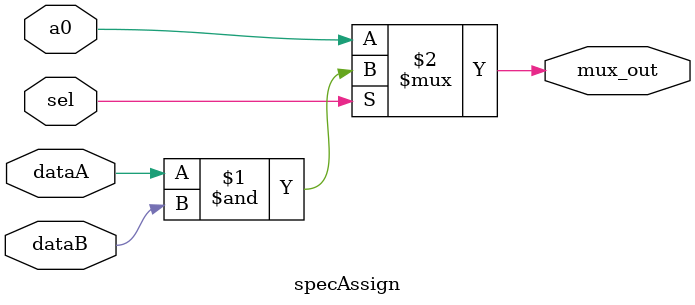
<source format=v>

module specAssign(
dataA,
dataB,
a0,
sel,
mux_out
);

input dataA, dataB, a0, sel;
output mux_out;
wire mux_out;

assign mux_out = (sel) ? (dataA & dataB) : a0;

endmodule

</source>
